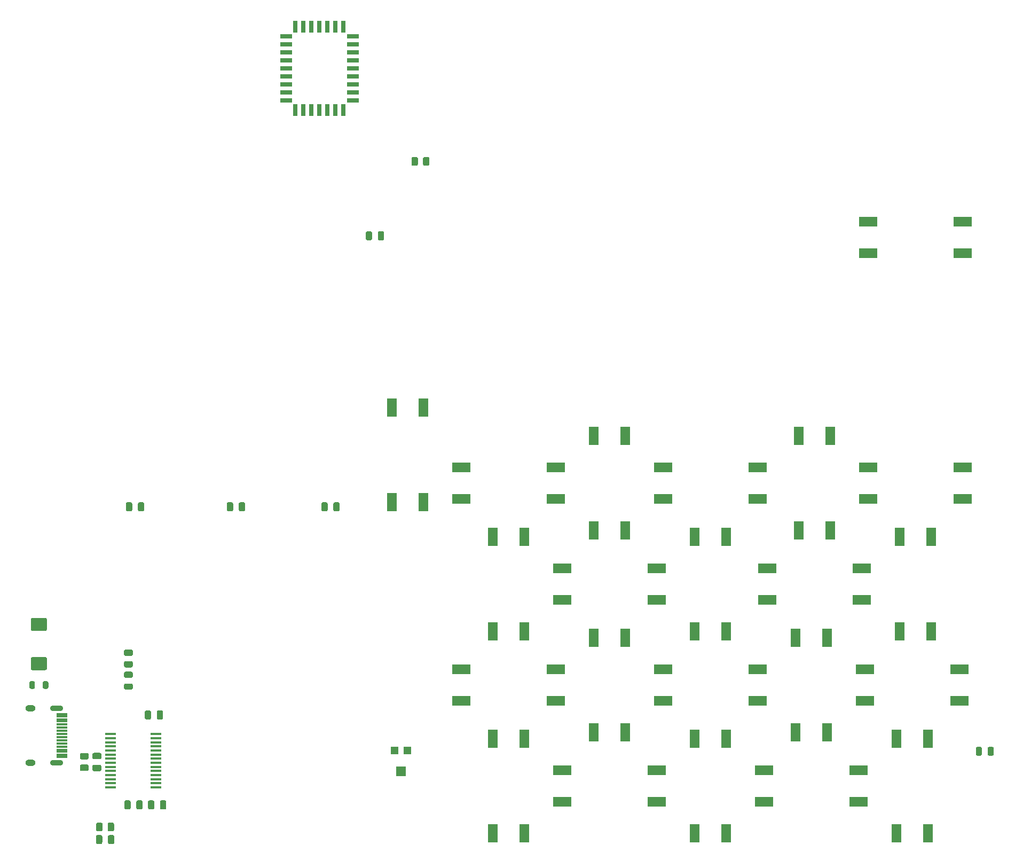
<source format=gbr>
G04 #@! TF.GenerationSoftware,KiCad,Pcbnew,5.1.7-a382d34a8~88~ubuntu20.04.1*
G04 #@! TF.CreationDate,2021-04-25T17:04:25-07:00*
G04 #@! TF.ProjectId,tec-1,7465632d-312e-46b6-9963-61645f706362,Apr2021*
G04 #@! TF.SameCoordinates,Original*
G04 #@! TF.FileFunction,Paste,Top*
G04 #@! TF.FilePolarity,Positive*
%FSLAX46Y46*%
G04 Gerber Fmt 4.6, Leading zero omitted, Abs format (unit mm)*
G04 Created by KiCad (PCBNEW 5.1.7-a382d34a8~88~ubuntu20.04.1) date 2021-04-25 17:04:25*
%MOMM*%
%LPD*%
G01*
G04 APERTURE LIST*
%ADD10R,1.600000X1.500000*%
%ADD11R,1.200000X1.200000*%
%ADD12R,3.000000X1.500000*%
%ADD13R,1.925000X0.700000*%
%ADD14R,0.700000X1.925000*%
%ADD15R,1.750000X0.450000*%
%ADD16R,1.500000X3.000000*%
%ADD17R,1.750000X0.300000*%
%ADD18O,2.100000X0.900000*%
%ADD19O,1.600000X1.000000*%
G04 APERTURE END LIST*
D10*
G04 #@! TO.C,RV1*
X80400000Y-167650000D03*
D11*
X79400000Y-164400000D03*
X81400000Y-164400000D03*
G04 #@! TD*
G04 #@! TO.C,R48*
G36*
G01*
X37650001Y-149400000D02*
X36749999Y-149400000D01*
G75*
G02*
X36500000Y-149150001I0J249999D01*
G01*
X36500000Y-148624999D01*
G75*
G02*
X36749999Y-148375000I249999J0D01*
G01*
X37650001Y-148375000D01*
G75*
G02*
X37900000Y-148624999I0J-249999D01*
G01*
X37900000Y-149150001D01*
G75*
G02*
X37650001Y-149400000I-249999J0D01*
G01*
G37*
G36*
G01*
X37650001Y-151225000D02*
X36749999Y-151225000D01*
G75*
G02*
X36500000Y-150975001I0J249999D01*
G01*
X36500000Y-150449999D01*
G75*
G02*
X36749999Y-150200000I249999J0D01*
G01*
X37650001Y-150200000D01*
G75*
G02*
X37900000Y-150449999I0J-249999D01*
G01*
X37900000Y-150975001D01*
G75*
G02*
X37650001Y-151225000I-249999J0D01*
G01*
G37*
G04 #@! TD*
G04 #@! TO.C,D3*
G36*
G01*
X36743750Y-153750000D02*
X37656250Y-153750000D01*
G75*
G02*
X37900000Y-153993750I0J-243750D01*
G01*
X37900000Y-154481250D01*
G75*
G02*
X37656250Y-154725000I-243750J0D01*
G01*
X36743750Y-154725000D01*
G75*
G02*
X36500000Y-154481250I0J243750D01*
G01*
X36500000Y-153993750D01*
G75*
G02*
X36743750Y-153750000I243750J0D01*
G01*
G37*
G36*
G01*
X36743750Y-151875000D02*
X37656250Y-151875000D01*
G75*
G02*
X37900000Y-152118750I0J-243750D01*
G01*
X37900000Y-152606250D01*
G75*
G02*
X37656250Y-152850000I-243750J0D01*
G01*
X36743750Y-152850000D01*
G75*
G02*
X36500000Y-152606250I0J243750D01*
G01*
X36500000Y-152118750D01*
G75*
G02*
X36743750Y-151875000I243750J0D01*
G01*
G37*
G04 #@! TD*
G04 #@! TO.C,C22*
G36*
G01*
X31725000Y-166650000D02*
X32675000Y-166650000D01*
G75*
G02*
X32925000Y-166900000I0J-250000D01*
G01*
X32925000Y-167400000D01*
G75*
G02*
X32675000Y-167650000I-250000J0D01*
G01*
X31725000Y-167650000D01*
G75*
G02*
X31475000Y-167400000I0J250000D01*
G01*
X31475000Y-166900000D01*
G75*
G02*
X31725000Y-166650000I250000J0D01*
G01*
G37*
G36*
G01*
X31725000Y-164750000D02*
X32675000Y-164750000D01*
G75*
G02*
X32925000Y-165000000I0J-250000D01*
G01*
X32925000Y-165500000D01*
G75*
G02*
X32675000Y-165750000I-250000J0D01*
G01*
X31725000Y-165750000D01*
G75*
G02*
X31475000Y-165500000I0J250000D01*
G01*
X31475000Y-165000000D01*
G75*
G02*
X31725000Y-164750000I250000J0D01*
G01*
G37*
G04 #@! TD*
G04 #@! TO.C,C20*
G36*
G01*
X76750000Y-83275000D02*
X76750000Y-82325000D01*
G75*
G02*
X77000000Y-82075000I250000J0D01*
G01*
X77500000Y-82075000D01*
G75*
G02*
X77750000Y-82325000I0J-250000D01*
G01*
X77750000Y-83275000D01*
G75*
G02*
X77500000Y-83525000I-250000J0D01*
G01*
X77000000Y-83525000D01*
G75*
G02*
X76750000Y-83275000I0J250000D01*
G01*
G37*
G36*
G01*
X74850000Y-83275000D02*
X74850000Y-82325000D01*
G75*
G02*
X75100000Y-82075000I250000J0D01*
G01*
X75600000Y-82075000D01*
G75*
G02*
X75850000Y-82325000I0J-250000D01*
G01*
X75850000Y-83275000D01*
G75*
G02*
X75600000Y-83525000I-250000J0D01*
G01*
X75100000Y-83525000D01*
G75*
G02*
X74850000Y-83275000I0J250000D01*
G01*
G37*
G04 #@! TD*
D12*
G04 #@! TO.C,SW23*
X169500000Y-80575000D03*
X154500000Y-80575000D03*
X169500000Y-85575000D03*
X154500000Y-85575000D03*
G04 #@! TD*
D13*
G04 #@! TO.C,U4*
X62177500Y-61330000D03*
X72822500Y-61330000D03*
X72822500Y-60060000D03*
X62177500Y-60060000D03*
X72822500Y-51170000D03*
X72822500Y-52440000D03*
X72822500Y-53710000D03*
X72822500Y-54980000D03*
X72822500Y-56250000D03*
X72822500Y-57520000D03*
X72822500Y-58790000D03*
D14*
X71310000Y-62842500D03*
X70040000Y-62842500D03*
X68770000Y-62842500D03*
X67500000Y-62842500D03*
X66230000Y-62842500D03*
X64960000Y-62842500D03*
X63690000Y-62842500D03*
D13*
X62177500Y-58790000D03*
X62177500Y-57520000D03*
X62177500Y-56250000D03*
X62177500Y-54980000D03*
X62177500Y-53710000D03*
X62177500Y-52440000D03*
X62177500Y-51170000D03*
D14*
X71310000Y-49657500D03*
X70040000Y-49657500D03*
X68770000Y-49657500D03*
X63690000Y-49657500D03*
X64960000Y-49657500D03*
X66230000Y-49657500D03*
X67500000Y-49657500D03*
G04 #@! TD*
G04 #@! TO.C,C8*
G36*
G01*
X24025000Y-145425000D02*
X21975000Y-145425000D01*
G75*
G02*
X21725000Y-145175000I0J250000D01*
G01*
X21725000Y-143600000D01*
G75*
G02*
X21975000Y-143350000I250000J0D01*
G01*
X24025000Y-143350000D01*
G75*
G02*
X24275000Y-143600000I0J-250000D01*
G01*
X24275000Y-145175000D01*
G75*
G02*
X24025000Y-145425000I-250000J0D01*
G01*
G37*
G36*
G01*
X24025000Y-151650000D02*
X21975000Y-151650000D01*
G75*
G02*
X21725000Y-151400000I0J250000D01*
G01*
X21725000Y-149825000D01*
G75*
G02*
X21975000Y-149575000I250000J0D01*
G01*
X24025000Y-149575000D01*
G75*
G02*
X24275000Y-149825000I0J-250000D01*
G01*
X24275000Y-151400000D01*
G75*
G02*
X24025000Y-151650000I-250000J0D01*
G01*
G37*
G04 #@! TD*
D15*
G04 #@! TO.C,U7*
X34400000Y-170225000D03*
X34400000Y-169575000D03*
X34400000Y-168925000D03*
X34400000Y-168275000D03*
X34400000Y-167625000D03*
X34400000Y-166975000D03*
X34400000Y-166325000D03*
X34400000Y-165675000D03*
X34400000Y-165025000D03*
X34400000Y-164375000D03*
X34400000Y-163725000D03*
X34400000Y-163075000D03*
X34400000Y-162425000D03*
X34400000Y-161775000D03*
X41600000Y-161775000D03*
X41600000Y-162425000D03*
X41600000Y-163075000D03*
X41600000Y-163725000D03*
X41600000Y-164375000D03*
X41600000Y-165025000D03*
X41600000Y-165675000D03*
X41600000Y-166325000D03*
X41600000Y-166975000D03*
X41600000Y-167625000D03*
X41600000Y-168275000D03*
X41600000Y-168925000D03*
X41600000Y-169575000D03*
X41600000Y-170225000D03*
G04 #@! TD*
D16*
G04 #@! TO.C,SW22*
X159000000Y-162500000D03*
X159000000Y-177500000D03*
X164000000Y-162500000D03*
X164000000Y-177500000D03*
G04 #@! TD*
D12*
G04 #@! TO.C,SW21*
X154000000Y-156500000D03*
X169000000Y-156500000D03*
X154000000Y-151500000D03*
X169000000Y-151500000D03*
G04 #@! TD*
D16*
G04 #@! TO.C,SW20*
X159500000Y-130500000D03*
X159500000Y-145500000D03*
X164500000Y-130500000D03*
X164500000Y-145500000D03*
G04 #@! TD*
D12*
G04 #@! TO.C,SW19*
X154500000Y-124500000D03*
X169500000Y-124500000D03*
X154500000Y-119500000D03*
X169500000Y-119500000D03*
G04 #@! TD*
G04 #@! TO.C,SW18*
X138000000Y-172500000D03*
X153000000Y-172500000D03*
X138000000Y-167500000D03*
X153000000Y-167500000D03*
G04 #@! TD*
D16*
G04 #@! TO.C,SW17*
X148000000Y-161500000D03*
X148000000Y-146500000D03*
X143000000Y-161500000D03*
X143000000Y-146500000D03*
G04 #@! TD*
D12*
G04 #@! TO.C,SW16*
X138500000Y-140500000D03*
X153500000Y-140500000D03*
X138500000Y-135500000D03*
X153500000Y-135500000D03*
G04 #@! TD*
D16*
G04 #@! TO.C,SW15*
X148500000Y-129500000D03*
X148500000Y-114500000D03*
X143500000Y-129500000D03*
X143500000Y-114500000D03*
G04 #@! TD*
G04 #@! TO.C,SW14*
X132000000Y-177500000D03*
X132000000Y-162500000D03*
X127000000Y-177500000D03*
X127000000Y-162500000D03*
G04 #@! TD*
D12*
G04 #@! TO.C,SW13*
X122000000Y-156500000D03*
X137000000Y-156500000D03*
X122000000Y-151500000D03*
X137000000Y-151500000D03*
G04 #@! TD*
D16*
G04 #@! TO.C,SW12*
X132000000Y-145500000D03*
X132000000Y-130500000D03*
X127000000Y-145500000D03*
X127000000Y-130500000D03*
G04 #@! TD*
D12*
G04 #@! TO.C,SW11*
X122000000Y-124500000D03*
X137000000Y-124500000D03*
X122000000Y-119500000D03*
X137000000Y-119500000D03*
G04 #@! TD*
G04 #@! TO.C,SW10*
X106000000Y-172500000D03*
X121000000Y-172500000D03*
X106000000Y-167500000D03*
X121000000Y-167500000D03*
G04 #@! TD*
D16*
G04 #@! TO.C,SW9*
X116000000Y-161500000D03*
X116000000Y-146500000D03*
X111000000Y-161500000D03*
X111000000Y-146500000D03*
G04 #@! TD*
D12*
G04 #@! TO.C,SW8*
X106000000Y-140500000D03*
X121000000Y-140500000D03*
X106000000Y-135500000D03*
X121000000Y-135500000D03*
G04 #@! TD*
D16*
G04 #@! TO.C,SW7*
X116000000Y-129500000D03*
X116000000Y-114500000D03*
X111000000Y-129500000D03*
X111000000Y-114500000D03*
G04 #@! TD*
G04 #@! TO.C,SW6*
X100000000Y-177500000D03*
X100000000Y-162500000D03*
X95000000Y-177500000D03*
X95000000Y-162500000D03*
G04 #@! TD*
D12*
G04 #@! TO.C,SW5*
X90000000Y-156500000D03*
X105000000Y-156500000D03*
X90000000Y-151500000D03*
X105000000Y-151500000D03*
G04 #@! TD*
D16*
G04 #@! TO.C,SW4*
X100000000Y-145500000D03*
X100000000Y-130500000D03*
X95000000Y-145500000D03*
X95000000Y-130500000D03*
G04 #@! TD*
D12*
G04 #@! TO.C,SW3*
X90000000Y-124500000D03*
X105000000Y-124500000D03*
X90000000Y-119500000D03*
X105000000Y-119500000D03*
G04 #@! TD*
D16*
G04 #@! TO.C,SW2*
X84000000Y-125000000D03*
X84000000Y-110000000D03*
X79000000Y-125000000D03*
X79000000Y-110000000D03*
G04 #@! TD*
G04 #@! TO.C,R14*
G36*
G01*
X30650001Y-165800000D02*
X29749999Y-165800000D01*
G75*
G02*
X29500000Y-165550001I0J249999D01*
G01*
X29500000Y-165024999D01*
G75*
G02*
X29749999Y-164775000I249999J0D01*
G01*
X30650001Y-164775000D01*
G75*
G02*
X30900000Y-165024999I0J-249999D01*
G01*
X30900000Y-165550001D01*
G75*
G02*
X30650001Y-165800000I-249999J0D01*
G01*
G37*
G36*
G01*
X30650001Y-167625000D02*
X29749999Y-167625000D01*
G75*
G02*
X29500000Y-167375001I0J249999D01*
G01*
X29500000Y-166849999D01*
G75*
G02*
X29749999Y-166600000I249999J0D01*
G01*
X30650001Y-166600000D01*
G75*
G02*
X30900000Y-166849999I0J-249999D01*
G01*
X30900000Y-167375001D01*
G75*
G02*
X30650001Y-167625000I-249999J0D01*
G01*
G37*
G04 #@! TD*
G04 #@! TO.C,R13*
G36*
G01*
X33900000Y-176950001D02*
X33900000Y-176049999D01*
G75*
G02*
X34149999Y-175800000I249999J0D01*
G01*
X34675001Y-175800000D01*
G75*
G02*
X34925000Y-176049999I0J-249999D01*
G01*
X34925000Y-176950001D01*
G75*
G02*
X34675001Y-177200000I-249999J0D01*
G01*
X34149999Y-177200000D01*
G75*
G02*
X33900000Y-176950001I0J249999D01*
G01*
G37*
G36*
G01*
X32075000Y-176950001D02*
X32075000Y-176049999D01*
G75*
G02*
X32324999Y-175800000I249999J0D01*
G01*
X32850001Y-175800000D01*
G75*
G02*
X33100000Y-176049999I0J-249999D01*
G01*
X33100000Y-176950001D01*
G75*
G02*
X32850001Y-177200000I-249999J0D01*
G01*
X32324999Y-177200000D01*
G75*
G02*
X32075000Y-176950001I0J249999D01*
G01*
G37*
G04 #@! TD*
G04 #@! TO.C,R1*
G36*
G01*
X83100000Y-70549999D02*
X83100000Y-71450001D01*
G75*
G02*
X82850001Y-71700000I-249999J0D01*
G01*
X82324999Y-71700000D01*
G75*
G02*
X82075000Y-71450001I0J249999D01*
G01*
X82075000Y-70549999D01*
G75*
G02*
X82324999Y-70300000I249999J0D01*
G01*
X82850001Y-70300000D01*
G75*
G02*
X83100000Y-70549999I0J-249999D01*
G01*
G37*
G36*
G01*
X84925000Y-70549999D02*
X84925000Y-71450001D01*
G75*
G02*
X84675001Y-71700000I-249999J0D01*
G01*
X84149999Y-71700000D01*
G75*
G02*
X83900000Y-71450001I0J249999D01*
G01*
X83900000Y-70549999D01*
G75*
G02*
X84149999Y-70300000I249999J0D01*
G01*
X84675001Y-70300000D01*
G75*
G02*
X84925000Y-70549999I0J-249999D01*
G01*
G37*
G04 #@! TD*
D17*
G04 #@! TO.C,J1*
X26650000Y-165350000D03*
X26650000Y-165050000D03*
X26650000Y-164250000D03*
X26650000Y-164550000D03*
X26650000Y-159750000D03*
X26650000Y-159450000D03*
X26650000Y-158950000D03*
X26650000Y-158650000D03*
X26650000Y-161750000D03*
X26650000Y-160750000D03*
X26650000Y-160250000D03*
X26650000Y-161250000D03*
X26650000Y-163750000D03*
X26650000Y-163250000D03*
X26650000Y-162750000D03*
X26650000Y-162250000D03*
D18*
X25810000Y-166320000D03*
X25810000Y-157680000D03*
D19*
X21630000Y-166320000D03*
X21630000Y-157680000D03*
G04 #@! TD*
G04 #@! TO.C,FB1*
G36*
G01*
X22375000Y-153618750D02*
X22375000Y-154381250D01*
G75*
G02*
X22156250Y-154600000I-218750J0D01*
G01*
X21718750Y-154600000D01*
G75*
G02*
X21500000Y-154381250I0J218750D01*
G01*
X21500000Y-153618750D01*
G75*
G02*
X21718750Y-153400000I218750J0D01*
G01*
X22156250Y-153400000D01*
G75*
G02*
X22375000Y-153618750I0J-218750D01*
G01*
G37*
G36*
G01*
X24500000Y-153618750D02*
X24500000Y-154381250D01*
G75*
G02*
X24281250Y-154600000I-218750J0D01*
G01*
X23843750Y-154600000D01*
G75*
G02*
X23625000Y-154381250I0J218750D01*
G01*
X23625000Y-153618750D01*
G75*
G02*
X23843750Y-153400000I218750J0D01*
G01*
X24281250Y-153400000D01*
G75*
G02*
X24500000Y-153618750I0J-218750D01*
G01*
G37*
G04 #@! TD*
G04 #@! TO.C,D1*
G36*
G01*
X172550000Y-164043750D02*
X172550000Y-164956250D01*
G75*
G02*
X172306250Y-165200000I-243750J0D01*
G01*
X171818750Y-165200000D01*
G75*
G02*
X171575000Y-164956250I0J243750D01*
G01*
X171575000Y-164043750D01*
G75*
G02*
X171818750Y-163800000I243750J0D01*
G01*
X172306250Y-163800000D01*
G75*
G02*
X172550000Y-164043750I0J-243750D01*
G01*
G37*
G36*
G01*
X174425000Y-164043750D02*
X174425000Y-164956250D01*
G75*
G02*
X174181250Y-165200000I-243750J0D01*
G01*
X173693750Y-165200000D01*
G75*
G02*
X173450000Y-164956250I0J243750D01*
G01*
X173450000Y-164043750D01*
G75*
G02*
X173693750Y-163800000I243750J0D01*
G01*
X174181250Y-163800000D01*
G75*
G02*
X174425000Y-164043750I0J-243750D01*
G01*
G37*
G04 #@! TD*
G04 #@! TO.C,C19*
G36*
G01*
X37800000Y-125275000D02*
X37800000Y-126225000D01*
G75*
G02*
X37550000Y-126475000I-250000J0D01*
G01*
X37050000Y-126475000D01*
G75*
G02*
X36800000Y-126225000I0J250000D01*
G01*
X36800000Y-125275000D01*
G75*
G02*
X37050000Y-125025000I250000J0D01*
G01*
X37550000Y-125025000D01*
G75*
G02*
X37800000Y-125275000I0J-250000D01*
G01*
G37*
G36*
G01*
X39700000Y-125275000D02*
X39700000Y-126225000D01*
G75*
G02*
X39450000Y-126475000I-250000J0D01*
G01*
X38950000Y-126475000D01*
G75*
G02*
X38700000Y-126225000I0J250000D01*
G01*
X38700000Y-125275000D01*
G75*
G02*
X38950000Y-125025000I250000J0D01*
G01*
X39450000Y-125025000D01*
G75*
G02*
X39700000Y-125275000I0J-250000D01*
G01*
G37*
G04 #@! TD*
G04 #@! TO.C,C18*
G36*
G01*
X68800000Y-125275000D02*
X68800000Y-126225000D01*
G75*
G02*
X68550000Y-126475000I-250000J0D01*
G01*
X68050000Y-126475000D01*
G75*
G02*
X67800000Y-126225000I0J250000D01*
G01*
X67800000Y-125275000D01*
G75*
G02*
X68050000Y-125025000I250000J0D01*
G01*
X68550000Y-125025000D01*
G75*
G02*
X68800000Y-125275000I0J-250000D01*
G01*
G37*
G36*
G01*
X70700000Y-125275000D02*
X70700000Y-126225000D01*
G75*
G02*
X70450000Y-126475000I-250000J0D01*
G01*
X69950000Y-126475000D01*
G75*
G02*
X69700000Y-126225000I0J250000D01*
G01*
X69700000Y-125275000D01*
G75*
G02*
X69950000Y-125025000I250000J0D01*
G01*
X70450000Y-125025000D01*
G75*
G02*
X70700000Y-125275000I0J-250000D01*
G01*
G37*
G04 #@! TD*
G04 #@! TO.C,C17*
G36*
G01*
X53800000Y-125275000D02*
X53800000Y-126225000D01*
G75*
G02*
X53550000Y-126475000I-250000J0D01*
G01*
X53050000Y-126475000D01*
G75*
G02*
X52800000Y-126225000I0J250000D01*
G01*
X52800000Y-125275000D01*
G75*
G02*
X53050000Y-125025000I250000J0D01*
G01*
X53550000Y-125025000D01*
G75*
G02*
X53800000Y-125275000I0J-250000D01*
G01*
G37*
G36*
G01*
X55700000Y-125275000D02*
X55700000Y-126225000D01*
G75*
G02*
X55450000Y-126475000I-250000J0D01*
G01*
X54950000Y-126475000D01*
G75*
G02*
X54700000Y-126225000I0J250000D01*
G01*
X54700000Y-125275000D01*
G75*
G02*
X54950000Y-125025000I250000J0D01*
G01*
X55450000Y-125025000D01*
G75*
G02*
X55700000Y-125275000I0J-250000D01*
G01*
G37*
G04 #@! TD*
G04 #@! TO.C,C10*
G36*
G01*
X42200000Y-173475000D02*
X42200000Y-172525000D01*
G75*
G02*
X42450000Y-172275000I250000J0D01*
G01*
X42950000Y-172275000D01*
G75*
G02*
X43200000Y-172525000I0J-250000D01*
G01*
X43200000Y-173475000D01*
G75*
G02*
X42950000Y-173725000I-250000J0D01*
G01*
X42450000Y-173725000D01*
G75*
G02*
X42200000Y-173475000I0J250000D01*
G01*
G37*
G36*
G01*
X40300000Y-173475000D02*
X40300000Y-172525000D01*
G75*
G02*
X40550000Y-172275000I250000J0D01*
G01*
X41050000Y-172275000D01*
G75*
G02*
X41300000Y-172525000I0J-250000D01*
G01*
X41300000Y-173475000D01*
G75*
G02*
X41050000Y-173725000I-250000J0D01*
G01*
X40550000Y-173725000D01*
G75*
G02*
X40300000Y-173475000I0J250000D01*
G01*
G37*
G04 #@! TD*
G04 #@! TO.C,C9*
G36*
G01*
X37550000Y-172525000D02*
X37550000Y-173475000D01*
G75*
G02*
X37300000Y-173725000I-250000J0D01*
G01*
X36800000Y-173725000D01*
G75*
G02*
X36550000Y-173475000I0J250000D01*
G01*
X36550000Y-172525000D01*
G75*
G02*
X36800000Y-172275000I250000J0D01*
G01*
X37300000Y-172275000D01*
G75*
G02*
X37550000Y-172525000I0J-250000D01*
G01*
G37*
G36*
G01*
X39450000Y-172525000D02*
X39450000Y-173475000D01*
G75*
G02*
X39200000Y-173725000I-250000J0D01*
G01*
X38700000Y-173725000D01*
G75*
G02*
X38450000Y-173475000I0J250000D01*
G01*
X38450000Y-172525000D01*
G75*
G02*
X38700000Y-172275000I250000J0D01*
G01*
X39200000Y-172275000D01*
G75*
G02*
X39450000Y-172525000I0J-250000D01*
G01*
G37*
G04 #@! TD*
G04 #@! TO.C,C7*
G36*
G01*
X33050000Y-178025000D02*
X33050000Y-178975000D01*
G75*
G02*
X32800000Y-179225000I-250000J0D01*
G01*
X32300000Y-179225000D01*
G75*
G02*
X32050000Y-178975000I0J250000D01*
G01*
X32050000Y-178025000D01*
G75*
G02*
X32300000Y-177775000I250000J0D01*
G01*
X32800000Y-177775000D01*
G75*
G02*
X33050000Y-178025000I0J-250000D01*
G01*
G37*
G36*
G01*
X34950000Y-178025000D02*
X34950000Y-178975000D01*
G75*
G02*
X34700000Y-179225000I-250000J0D01*
G01*
X34200000Y-179225000D01*
G75*
G02*
X33950000Y-178975000I0J250000D01*
G01*
X33950000Y-178025000D01*
G75*
G02*
X34200000Y-177775000I250000J0D01*
G01*
X34700000Y-177775000D01*
G75*
G02*
X34950000Y-178025000I0J-250000D01*
G01*
G37*
G04 #@! TD*
G04 #@! TO.C,C1*
G36*
G01*
X41700000Y-159225000D02*
X41700000Y-158275000D01*
G75*
G02*
X41950000Y-158025000I250000J0D01*
G01*
X42450000Y-158025000D01*
G75*
G02*
X42700000Y-158275000I0J-250000D01*
G01*
X42700000Y-159225000D01*
G75*
G02*
X42450000Y-159475000I-250000J0D01*
G01*
X41950000Y-159475000D01*
G75*
G02*
X41700000Y-159225000I0J250000D01*
G01*
G37*
G36*
G01*
X39800000Y-159225000D02*
X39800000Y-158275000D01*
G75*
G02*
X40050000Y-158025000I250000J0D01*
G01*
X40550000Y-158025000D01*
G75*
G02*
X40800000Y-158275000I0J-250000D01*
G01*
X40800000Y-159225000D01*
G75*
G02*
X40550000Y-159475000I-250000J0D01*
G01*
X40050000Y-159475000D01*
G75*
G02*
X39800000Y-159225000I0J250000D01*
G01*
G37*
G04 #@! TD*
M02*

</source>
